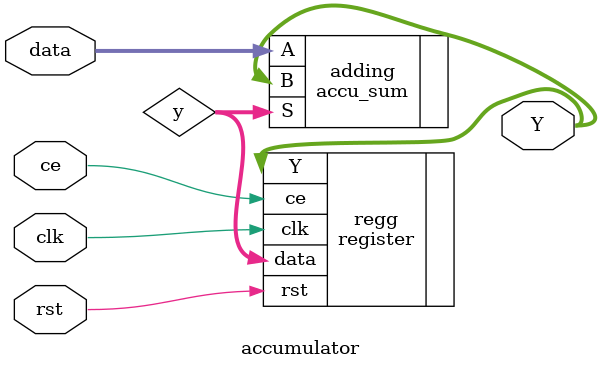
<source format=v>
`timescale 1ns / 1ps


module accumulator
(
    input clk,
    input ce,
    input rst,
    input [7:0]data,
    output [30:0]Y
);

wire signed [30:0]y;
register regg(
    .clk(clk),
    .ce(ce),
    .rst(rst),
    .data(y),
    .Y(Y)
);

accu_sum adding
( //latency = 1
    .A(data),
    .B(Y),
    //.CLK(clk),
    //.CE(ce),
    .S(y)
);

endmodule

</source>
